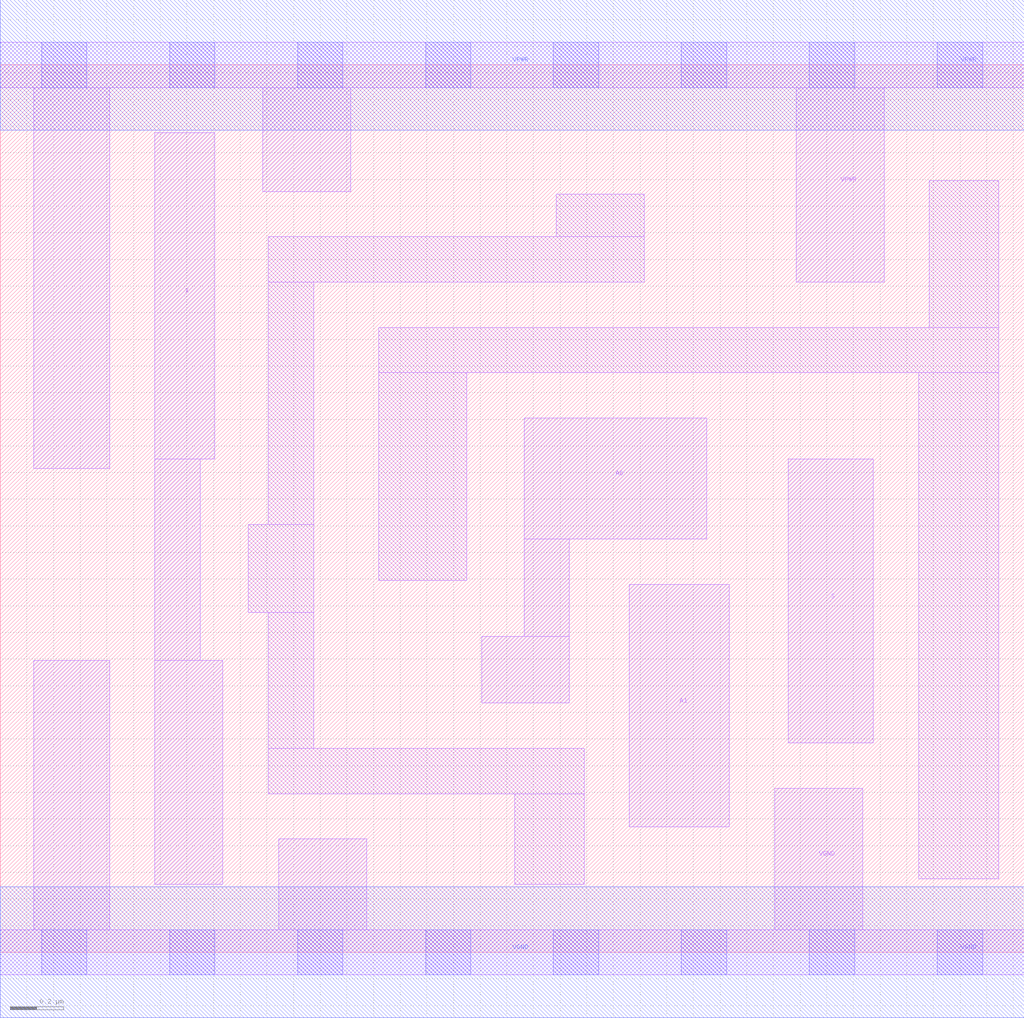
<source format=lef>
# Copyright 2020 The SkyWater PDK Authors
#
# Licensed under the Apache License, Version 2.0 (the "License");
# you may not use this file except in compliance with the License.
# You may obtain a copy of the License at
#
#     https://www.apache.org/licenses/LICENSE-2.0
#
# Unless required by applicable law or agreed to in writing, software
# distributed under the License is distributed on an "AS IS" BASIS,
# WITHOUT WARRANTIES OR CONDITIONS OF ANY KIND, either express or implied.
# See the License for the specific language governing permissions and
# limitations under the License.
#
# SPDX-License-Identifier: Apache-2.0

VERSION 5.7 ;
  NAMESCASESENSITIVE ON ;
  NOWIREEXTENSIONATPIN ON ;
  DIVIDERCHAR "/" ;
  BUSBITCHARS "[]" ;
UNITS
  DATABASE MICRONS 200 ;
END UNITS
MACRO sky130_fd_sc_lp__mux2_2
  CLASS CORE ;
  SOURCE USER ;
  FOREIGN sky130_fd_sc_lp__mux2_2 ;
  ORIGIN  0.000000  0.000000 ;
  SIZE  3.840000 BY  3.330000 ;
  SYMMETRY X Y R90 ;
  SITE unit ;
  PIN A0
    ANTENNAGATEAREA  0.159000 ;
    DIRECTION INPUT ;
    USE SIGNAL ;
    PORT
      LAYER li1 ;
        RECT 1.805000 0.935000 2.135000 1.185000 ;
        RECT 1.965000 1.185000 2.135000 1.550000 ;
        RECT 1.965000 1.550000 2.650000 2.005000 ;
    END
  END A0
  PIN A1
    ANTENNAGATEAREA  0.159000 ;
    DIRECTION INPUT ;
    USE SIGNAL ;
    PORT
      LAYER li1 ;
        RECT 2.360000 0.470000 2.735000 1.380000 ;
    END
  END A1
  PIN S
    ANTENNAGATEAREA  0.318000 ;
    DIRECTION INPUT ;
    USE SIGNAL ;
    PORT
      LAYER li1 ;
        RECT 2.955000 0.785000 3.275000 1.850000 ;
    END
  END S
  PIN X
    ANTENNADIFFAREA  0.588000 ;
    DIRECTION OUTPUT ;
    USE SIGNAL ;
    PORT
      LAYER li1 ;
        RECT 0.580000 0.255000 0.835000 1.095000 ;
        RECT 0.580000 1.095000 0.750000 1.850000 ;
        RECT 0.580000 1.850000 0.805000 3.075000 ;
    END
  END X
  PIN VGND
    DIRECTION INOUT ;
    USE GROUND ;
    PORT
      LAYER li1 ;
        RECT 0.000000 -0.085000 3.840000 0.085000 ;
        RECT 0.125000  0.085000 0.410000 1.095000 ;
        RECT 1.045000  0.085000 1.375000 0.425000 ;
        RECT 2.905000  0.085000 3.235000 0.615000 ;
      LAYER mcon ;
        RECT 0.155000 -0.085000 0.325000 0.085000 ;
        RECT 0.635000 -0.085000 0.805000 0.085000 ;
        RECT 1.115000 -0.085000 1.285000 0.085000 ;
        RECT 1.595000 -0.085000 1.765000 0.085000 ;
        RECT 2.075000 -0.085000 2.245000 0.085000 ;
        RECT 2.555000 -0.085000 2.725000 0.085000 ;
        RECT 3.035000 -0.085000 3.205000 0.085000 ;
        RECT 3.515000 -0.085000 3.685000 0.085000 ;
      LAYER met1 ;
        RECT 0.000000 -0.245000 3.840000 0.245000 ;
    END
  END VGND
  PIN VPWR
    DIRECTION INOUT ;
    USE POWER ;
    PORT
      LAYER li1 ;
        RECT 0.000000 3.245000 3.840000 3.415000 ;
        RECT 0.125000 1.815000 0.410000 3.245000 ;
        RECT 0.985000 2.855000 1.315000 3.245000 ;
        RECT 2.985000 2.515000 3.315000 3.245000 ;
      LAYER mcon ;
        RECT 0.155000 3.245000 0.325000 3.415000 ;
        RECT 0.635000 3.245000 0.805000 3.415000 ;
        RECT 1.115000 3.245000 1.285000 3.415000 ;
        RECT 1.595000 3.245000 1.765000 3.415000 ;
        RECT 2.075000 3.245000 2.245000 3.415000 ;
        RECT 2.555000 3.245000 2.725000 3.415000 ;
        RECT 3.035000 3.245000 3.205000 3.415000 ;
        RECT 3.515000 3.245000 3.685000 3.415000 ;
      LAYER met1 ;
        RECT 0.000000 3.085000 3.840000 3.575000 ;
    END
  END VPWR
  OBS
    LAYER li1 ;
      RECT 0.930000 1.275000 1.175000 1.605000 ;
      RECT 1.005000 0.595000 2.190000 0.765000 ;
      RECT 1.005000 0.765000 1.175000 1.275000 ;
      RECT 1.005000 1.605000 1.175000 2.515000 ;
      RECT 1.005000 2.515000 2.415000 2.685000 ;
      RECT 1.420000 1.395000 1.750000 2.175000 ;
      RECT 1.420000 2.175000 3.745000 2.345000 ;
      RECT 1.930000 0.255000 2.190000 0.595000 ;
      RECT 2.085000 2.685000 2.415000 2.845000 ;
      RECT 3.445000 0.275000 3.745000 2.175000 ;
      RECT 3.485000 2.345000 3.745000 2.895000 ;
  END
END sky130_fd_sc_lp__mux2_2

</source>
